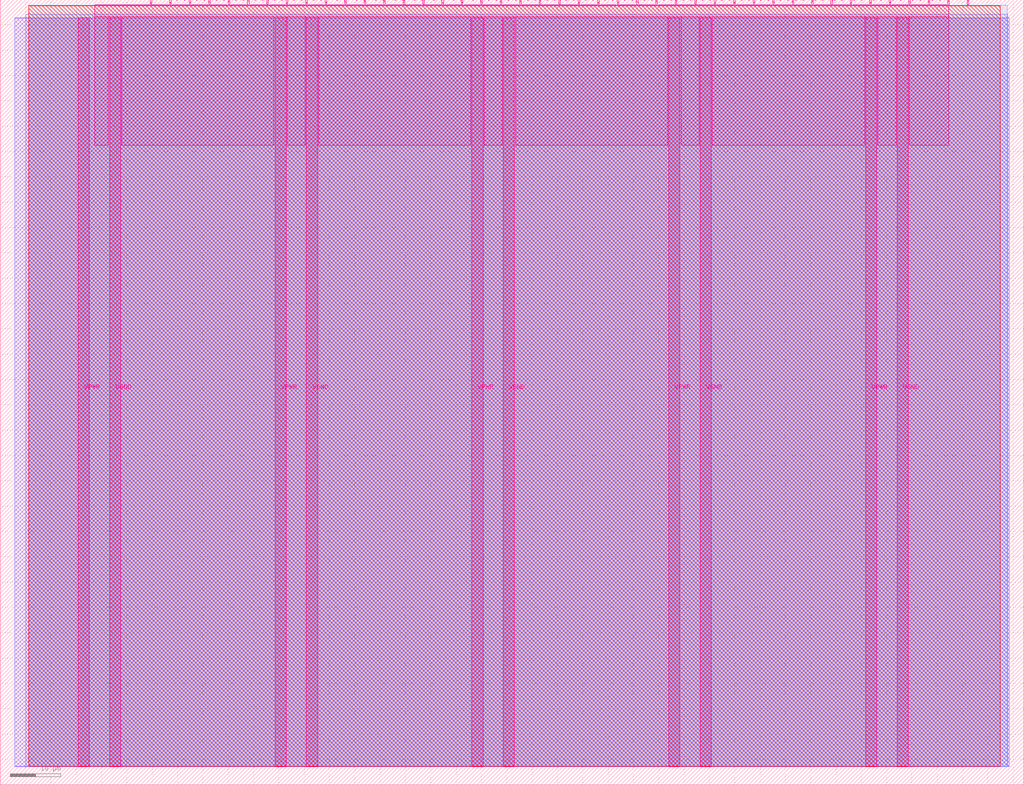
<source format=lef>
VERSION 5.7 ;
  NOWIREEXTENSIONATPIN ON ;
  DIVIDERCHAR "/" ;
  BUSBITCHARS "[]" ;
MACRO tt_um_DaDDS
  CLASS BLOCK ;
  FOREIGN tt_um_DaDDS ;
  ORIGIN 0.000 0.000 ;
  SIZE 202.080 BY 154.980 ;
  PIN VGND
    DIRECTION INOUT ;
    USE GROUND ;
    PORT
      LAYER Metal5 ;
        RECT 21.580 3.560 23.780 151.420 ;
    END
    PORT
      LAYER Metal5 ;
        RECT 60.450 3.560 62.650 151.420 ;
    END
    PORT
      LAYER Metal5 ;
        RECT 99.320 3.560 101.520 151.420 ;
    END
    PORT
      LAYER Metal5 ;
        RECT 138.190 3.560 140.390 151.420 ;
    END
    PORT
      LAYER Metal5 ;
        RECT 177.060 3.560 179.260 151.420 ;
    END
  END VGND
  PIN VPWR
    DIRECTION INOUT ;
    USE POWER ;
    PORT
      LAYER Metal5 ;
        RECT 15.380 3.560 17.580 151.420 ;
    END
    PORT
      LAYER Metal5 ;
        RECT 54.250 3.560 56.450 151.420 ;
    END
    PORT
      LAYER Metal5 ;
        RECT 93.120 3.560 95.320 151.420 ;
    END
    PORT
      LAYER Metal5 ;
        RECT 131.990 3.560 134.190 151.420 ;
    END
    PORT
      LAYER Metal5 ;
        RECT 170.860 3.560 173.060 151.420 ;
    END
  END VPWR
  PIN clk
    DIRECTION INPUT ;
    USE SIGNAL ;
    ANTENNAGATEAREA 0.213200 ;
    PORT
      LAYER Metal5 ;
        RECT 187.050 153.980 187.350 154.980 ;
    END
  END clk
  PIN ena
    DIRECTION INPUT ;
    USE SIGNAL ;
    PORT
      LAYER Metal5 ;
        RECT 190.890 153.980 191.190 154.980 ;
    END
  END ena
  PIN rst_n
    DIRECTION INPUT ;
    USE SIGNAL ;
    ANTENNAGATEAREA 0.426400 ;
    PORT
      LAYER Metal5 ;
        RECT 183.210 153.980 183.510 154.980 ;
    END
  END rst_n
  PIN ui_in[0]
    DIRECTION INPUT ;
    USE SIGNAL ;
    PORT
      LAYER Metal5 ;
        RECT 179.370 153.980 179.670 154.980 ;
    END
  END ui_in[0]
  PIN ui_in[1]
    DIRECTION INPUT ;
    USE SIGNAL ;
    PORT
      LAYER Metal5 ;
        RECT 175.530 153.980 175.830 154.980 ;
    END
  END ui_in[1]
  PIN ui_in[2]
    DIRECTION INPUT ;
    USE SIGNAL ;
    PORT
      LAYER Metal5 ;
        RECT 171.690 153.980 171.990 154.980 ;
    END
  END ui_in[2]
  PIN ui_in[3]
    DIRECTION INPUT ;
    USE SIGNAL ;
    ANTENNAGATEAREA 0.180700 ;
    PORT
      LAYER Metal5 ;
        RECT 167.850 153.980 168.150 154.980 ;
    END
  END ui_in[3]
  PIN ui_in[4]
    DIRECTION INPUT ;
    USE SIGNAL ;
    ANTENNAGATEAREA 0.180700 ;
    PORT
      LAYER Metal5 ;
        RECT 164.010 153.980 164.310 154.980 ;
    END
  END ui_in[4]
  PIN ui_in[5]
    DIRECTION INPUT ;
    USE SIGNAL ;
    ANTENNAGATEAREA 0.180700 ;
    PORT
      LAYER Metal5 ;
        RECT 160.170 153.980 160.470 154.980 ;
    END
  END ui_in[5]
  PIN ui_in[6]
    DIRECTION INPUT ;
    USE SIGNAL ;
    PORT
      LAYER Metal5 ;
        RECT 156.330 153.980 156.630 154.980 ;
    END
  END ui_in[6]
  PIN ui_in[7]
    DIRECTION INPUT ;
    USE SIGNAL ;
    PORT
      LAYER Metal5 ;
        RECT 152.490 153.980 152.790 154.980 ;
    END
  END ui_in[7]
  PIN uio_in[0]
    DIRECTION INPUT ;
    USE SIGNAL ;
    PORT
      LAYER Metal5 ;
        RECT 148.650 153.980 148.950 154.980 ;
    END
  END uio_in[0]
  PIN uio_in[1]
    DIRECTION INPUT ;
    USE SIGNAL ;
    PORT
      LAYER Metal5 ;
        RECT 144.810 153.980 145.110 154.980 ;
    END
  END uio_in[1]
  PIN uio_in[2]
    DIRECTION INPUT ;
    USE SIGNAL ;
    PORT
      LAYER Metal5 ;
        RECT 140.970 153.980 141.270 154.980 ;
    END
  END uio_in[2]
  PIN uio_in[3]
    DIRECTION INPUT ;
    USE SIGNAL ;
    PORT
      LAYER Metal5 ;
        RECT 137.130 153.980 137.430 154.980 ;
    END
  END uio_in[3]
  PIN uio_in[4]
    DIRECTION INPUT ;
    USE SIGNAL ;
    PORT
      LAYER Metal5 ;
        RECT 133.290 153.980 133.590 154.980 ;
    END
  END uio_in[4]
  PIN uio_in[5]
    DIRECTION INPUT ;
    USE SIGNAL ;
    PORT
      LAYER Metal5 ;
        RECT 129.450 153.980 129.750 154.980 ;
    END
  END uio_in[5]
  PIN uio_in[6]
    DIRECTION INPUT ;
    USE SIGNAL ;
    PORT
      LAYER Metal5 ;
        RECT 125.610 153.980 125.910 154.980 ;
    END
  END uio_in[6]
  PIN uio_in[7]
    DIRECTION INPUT ;
    USE SIGNAL ;
    PORT
      LAYER Metal5 ;
        RECT 121.770 153.980 122.070 154.980 ;
    END
  END uio_in[7]
  PIN uio_oe[0]
    DIRECTION OUTPUT ;
    USE SIGNAL ;
    ANTENNADIFFAREA 0.392700 ;
    PORT
      LAYER Metal5 ;
        RECT 56.490 153.980 56.790 154.980 ;
    END
  END uio_oe[0]
  PIN uio_oe[1]
    DIRECTION OUTPUT ;
    USE SIGNAL ;
    ANTENNADIFFAREA 0.392700 ;
    PORT
      LAYER Metal5 ;
        RECT 52.650 153.980 52.950 154.980 ;
    END
  END uio_oe[1]
  PIN uio_oe[2]
    DIRECTION OUTPUT ;
    USE SIGNAL ;
    ANTENNADIFFAREA 0.392700 ;
    PORT
      LAYER Metal5 ;
        RECT 48.810 153.980 49.110 154.980 ;
    END
  END uio_oe[2]
  PIN uio_oe[3]
    DIRECTION OUTPUT ;
    USE SIGNAL ;
    ANTENNADIFFAREA 0.392700 ;
    PORT
      LAYER Metal5 ;
        RECT 44.970 153.980 45.270 154.980 ;
    END
  END uio_oe[3]
  PIN uio_oe[4]
    DIRECTION OUTPUT ;
    USE SIGNAL ;
    ANTENNADIFFAREA 0.392700 ;
    PORT
      LAYER Metal5 ;
        RECT 41.130 153.980 41.430 154.980 ;
    END
  END uio_oe[4]
  PIN uio_oe[5]
    DIRECTION OUTPUT ;
    USE SIGNAL ;
    ANTENNADIFFAREA 0.392700 ;
    PORT
      LAYER Metal5 ;
        RECT 37.290 153.980 37.590 154.980 ;
    END
  END uio_oe[5]
  PIN uio_oe[6]
    DIRECTION OUTPUT ;
    USE SIGNAL ;
    ANTENNADIFFAREA 0.392700 ;
    PORT
      LAYER Metal5 ;
        RECT 33.450 153.980 33.750 154.980 ;
    END
  END uio_oe[6]
  PIN uio_oe[7]
    DIRECTION OUTPUT ;
    USE SIGNAL ;
    ANTENNADIFFAREA 0.392700 ;
    PORT
      LAYER Metal5 ;
        RECT 29.610 153.980 29.910 154.980 ;
    END
  END uio_oe[7]
  PIN uio_out[0]
    DIRECTION OUTPUT ;
    USE SIGNAL ;
    ANTENNADIFFAREA 0.299200 ;
    PORT
      LAYER Metal5 ;
        RECT 87.210 153.980 87.510 154.980 ;
    END
  END uio_out[0]
  PIN uio_out[1]
    DIRECTION OUTPUT ;
    USE SIGNAL ;
    ANTENNADIFFAREA 0.299200 ;
    PORT
      LAYER Metal5 ;
        RECT 83.370 153.980 83.670 154.980 ;
    END
  END uio_out[1]
  PIN uio_out[2]
    DIRECTION OUTPUT ;
    USE SIGNAL ;
    ANTENNADIFFAREA 0.299200 ;
    PORT
      LAYER Metal5 ;
        RECT 79.530 153.980 79.830 154.980 ;
    END
  END uio_out[2]
  PIN uio_out[3]
    DIRECTION OUTPUT ;
    USE SIGNAL ;
    ANTENNADIFFAREA 0.299200 ;
    PORT
      LAYER Metal5 ;
        RECT 75.690 153.980 75.990 154.980 ;
    END
  END uio_out[3]
  PIN uio_out[4]
    DIRECTION OUTPUT ;
    USE SIGNAL ;
    ANTENNADIFFAREA 0.299200 ;
    PORT
      LAYER Metal5 ;
        RECT 71.850 153.980 72.150 154.980 ;
    END
  END uio_out[4]
  PIN uio_out[5]
    DIRECTION OUTPUT ;
    USE SIGNAL ;
    ANTENNADIFFAREA 0.299200 ;
    PORT
      LAYER Metal5 ;
        RECT 68.010 153.980 68.310 154.980 ;
    END
  END uio_out[5]
  PIN uio_out[6]
    DIRECTION OUTPUT ;
    USE SIGNAL ;
    ANTENNADIFFAREA 0.299200 ;
    PORT
      LAYER Metal5 ;
        RECT 64.170 153.980 64.470 154.980 ;
    END
  END uio_out[6]
  PIN uio_out[7]
    DIRECTION OUTPUT ;
    USE SIGNAL ;
    ANTENNADIFFAREA 0.299200 ;
    PORT
      LAYER Metal5 ;
        RECT 60.330 153.980 60.630 154.980 ;
    END
  END uio_out[7]
  PIN uo_out[0]
    DIRECTION OUTPUT ;
    USE SIGNAL ;
    ANTENNADIFFAREA 0.988000 ;
    PORT
      LAYER Metal5 ;
        RECT 117.930 153.980 118.230 154.980 ;
    END
  END uo_out[0]
  PIN uo_out[1]
    DIRECTION OUTPUT ;
    USE SIGNAL ;
    ANTENNADIFFAREA 0.988000 ;
    PORT
      LAYER Metal5 ;
        RECT 114.090 153.980 114.390 154.980 ;
    END
  END uo_out[1]
  PIN uo_out[2]
    DIRECTION OUTPUT ;
    USE SIGNAL ;
    ANTENNADIFFAREA 0.662000 ;
    PORT
      LAYER Metal5 ;
        RECT 110.250 153.980 110.550 154.980 ;
    END
  END uo_out[2]
  PIN uo_out[3]
    DIRECTION OUTPUT ;
    USE SIGNAL ;
    ANTENNADIFFAREA 0.988000 ;
    PORT
      LAYER Metal5 ;
        RECT 106.410 153.980 106.710 154.980 ;
    END
  END uo_out[3]
  PIN uo_out[4]
    DIRECTION OUTPUT ;
    USE SIGNAL ;
    ANTENNADIFFAREA 0.662000 ;
    PORT
      LAYER Metal5 ;
        RECT 102.570 153.980 102.870 154.980 ;
    END
  END uo_out[4]
  PIN uo_out[5]
    DIRECTION OUTPUT ;
    USE SIGNAL ;
    ANTENNADIFFAREA 0.662000 ;
    PORT
      LAYER Metal5 ;
        RECT 98.730 153.980 99.030 154.980 ;
    END
  END uo_out[5]
  PIN uo_out[6]
    DIRECTION OUTPUT ;
    USE SIGNAL ;
    ANTENNADIFFAREA 0.632400 ;
    PORT
      LAYER Metal5 ;
        RECT 94.890 153.980 95.190 154.980 ;
    END
  END uo_out[6]
  PIN uo_out[7]
    DIRECTION OUTPUT ;
    USE SIGNAL ;
    ANTENNADIFFAREA 0.649200 ;
    PORT
      LAYER Metal5 ;
        RECT 91.050 153.980 91.350 154.980 ;
    END
  END uo_out[7]
  OBS
      LAYER GatPoly ;
        RECT 2.880 3.630 199.200 151.350 ;
      LAYER Metal1 ;
        RECT 2.880 3.560 199.200 151.420 ;
      LAYER Metal2 ;
        RECT 5.005 3.680 198.865 152.140 ;
      LAYER Metal3 ;
        RECT 5.660 3.635 198.820 153.865 ;
      LAYER Metal4 ;
        RECT 5.615 3.680 197.425 153.820 ;
      LAYER Metal5 ;
        RECT 18.620 153.770 29.400 153.980 ;
        RECT 30.120 153.770 33.240 153.980 ;
        RECT 33.960 153.770 37.080 153.980 ;
        RECT 37.800 153.770 40.920 153.980 ;
        RECT 41.640 153.770 44.760 153.980 ;
        RECT 45.480 153.770 48.600 153.980 ;
        RECT 49.320 153.770 52.440 153.980 ;
        RECT 53.160 153.770 56.280 153.980 ;
        RECT 57.000 153.770 60.120 153.980 ;
        RECT 60.840 153.770 63.960 153.980 ;
        RECT 64.680 153.770 67.800 153.980 ;
        RECT 68.520 153.770 71.640 153.980 ;
        RECT 72.360 153.770 75.480 153.980 ;
        RECT 76.200 153.770 79.320 153.980 ;
        RECT 80.040 153.770 83.160 153.980 ;
        RECT 83.880 153.770 87.000 153.980 ;
        RECT 87.720 153.770 90.840 153.980 ;
        RECT 91.560 153.770 94.680 153.980 ;
        RECT 95.400 153.770 98.520 153.980 ;
        RECT 99.240 153.770 102.360 153.980 ;
        RECT 103.080 153.770 106.200 153.980 ;
        RECT 106.920 153.770 110.040 153.980 ;
        RECT 110.760 153.770 113.880 153.980 ;
        RECT 114.600 153.770 117.720 153.980 ;
        RECT 118.440 153.770 121.560 153.980 ;
        RECT 122.280 153.770 125.400 153.980 ;
        RECT 126.120 153.770 129.240 153.980 ;
        RECT 129.960 153.770 133.080 153.980 ;
        RECT 133.800 153.770 136.920 153.980 ;
        RECT 137.640 153.770 140.760 153.980 ;
        RECT 141.480 153.770 144.600 153.980 ;
        RECT 145.320 153.770 148.440 153.980 ;
        RECT 149.160 153.770 152.280 153.980 ;
        RECT 153.000 153.770 156.120 153.980 ;
        RECT 156.840 153.770 159.960 153.980 ;
        RECT 160.680 153.770 163.800 153.980 ;
        RECT 164.520 153.770 167.640 153.980 ;
        RECT 168.360 153.770 171.480 153.980 ;
        RECT 172.200 153.770 175.320 153.980 ;
        RECT 176.040 153.770 179.160 153.980 ;
        RECT 179.880 153.770 183.000 153.980 ;
        RECT 183.720 153.770 186.840 153.980 ;
        RECT 18.620 151.630 187.300 153.770 ;
        RECT 18.620 126.275 21.370 151.630 ;
        RECT 23.990 126.275 54.040 151.630 ;
        RECT 56.660 126.275 60.240 151.630 ;
        RECT 62.860 126.275 92.910 151.630 ;
        RECT 95.530 126.275 99.110 151.630 ;
        RECT 101.730 126.275 131.780 151.630 ;
        RECT 134.400 126.275 137.980 151.630 ;
        RECT 140.600 126.275 170.650 151.630 ;
        RECT 173.270 126.275 176.850 151.630 ;
        RECT 179.470 126.275 187.300 151.630 ;
  END
END tt_um_DaDDS
END LIBRARY


</source>
